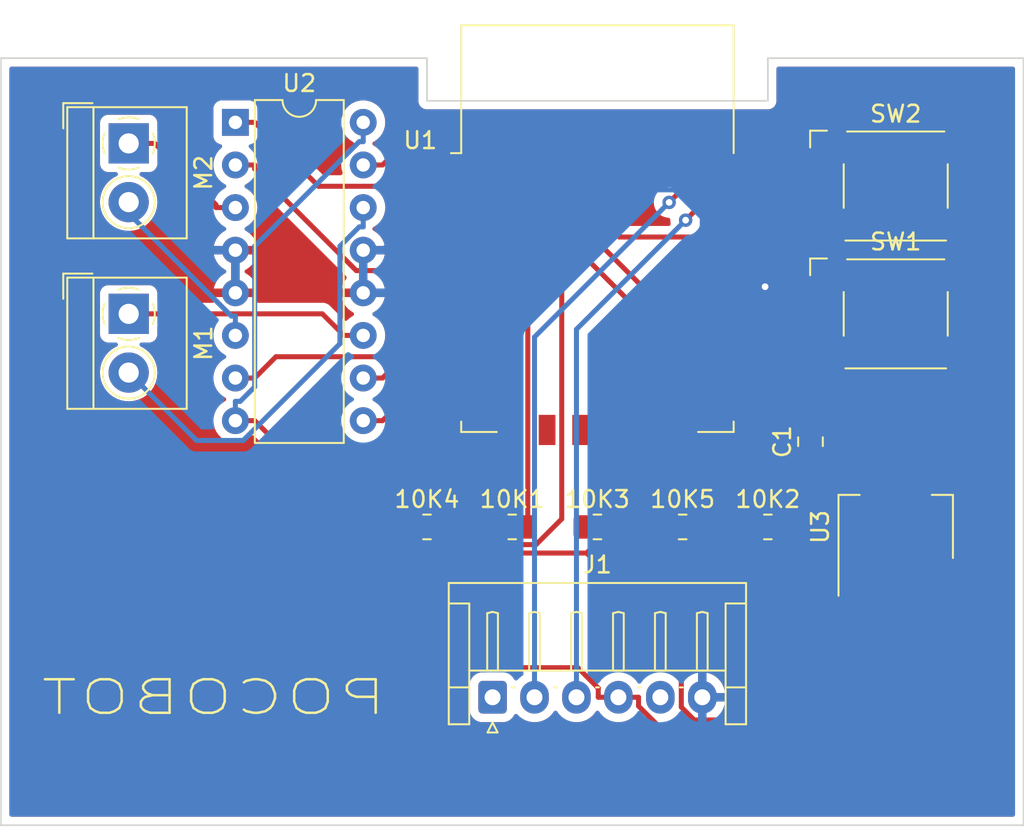
<source format=kicad_pcb>
(kicad_pcb (version 20211014) (generator pcbnew)
  (layers (0 "F.Cu" signal) (31 "B.Cu" signal) (34 "B.Paste" user) (35 "F.Paste" user) (36 "B.SilkS" user "B.Silkscreen") (37 "F.SilkS" user "F.Silkscreen") (38 "B.Mask" user) (39 "F.Mask" user) (44 "Edge.Cuts" user))
  (net 0 "")
  (net 1 "3.3V")
  (net 2 "Net-(10K1-Pad2)")
  (net 3 "Net-(10K2-Pad2)")
  (net 4 "Net-(10K3-Pad1)")
  (net 5 "Net-(10K4-Pad1)")
  (net 6 "Net-(10K5-Pad1)")
  (net 7 "GND")
  (net 9 "FTDI RX")
  (net 10 "FTDI TX")
  (net 11 "9V")
  (net 13 "Net-(M1-Pad1)")
  (net 14 "Net-(M1-Pad2)")
  (net 15 "Net-(M2-Pad1)")
  (net 16 "Net-(M2-Pad2)")
  (net 18 "GPIO16(D0)")
  (net 19 "GPIO14(D5)")
  (net 20 "GPIO12(D6)")
  (net 21 "GPIO13(D7)")
  (net 29 "GPIO5(D1)")
  (footprint "TerminalBlock_4Ucon:TerminalBlock_4Ucon_1x02_P3.50mm_Horizontal" (layer "F.Cu") (at 160.02 50.8 -90)
    (fp_text reference "M2" (at 1.75 -4.46 90) (layer "F.SilkS"))
    (fp_text value "Motor_DC")
    (fp_line (start -2.16 -3.46) (end 5.66 -3.46) (layer "F.SilkS") (width 0.12))
    (fp_line (start -2.16 2.1) (end 5.66 2.1) (layer "F.SilkS") (width 0.12))
    (fp_line (start -2.4 3.9) (end -0.9 3.9) (layer "F.SilkS") (width 0.12))
    (fp_line (start 5.66 -3.46) (end 5.66 3.66) (layer "F.SilkS") (width 0.12))
    (fp_line (start -2.16 -3.46) (end -2.16 3.66) (layer "F.SilkS") (width 0.12))
    (fp_line (start -2.4 2.16) (end -2.4 3.9) (layer "F.SilkS") (width 0.12))
    (fp_line (start -2.16 3.66) (end 5.66 3.66) (layer "F.SilkS") (width 0.12))
    (fp_arc (start 1.432109 -0.607742) (mid 1.555727 0.00014) (end 1.432 0.608) (layer "F.SilkS") (width 0.12))
    (fp_arc (start 0.027011 1.555493) (mid -0.296984 1.527118) (end -0.608 1.432) (layer "F.SilkS") (width 0.12))
    (fp_arc (start 0.607587 1.431385) (mid 0.310017 1.523783) (end 0 1.555) (layer "F.SilkS") (width 0.12))
    (fp_arc (start -1.432109 0.607742) (mid -1.555727 -0.00014) (end -1.432 -0.608) (layer "F.SilkS") (width 0.12))
    (fp_arc (start -0.607742 -1.432109) (mid 0.00014 -1.555727) (end 0.608 -1.432) (layer "F.SilkS") (width 0.12))
    (fp_circle (center 3.5 0) (end 5.055 0) (layer "F.SilkS") (width 0.12) (fill none))
    (pad "1" thru_hole rect locked (at 0 0 270) (size 2.4 2.4) (drill 1.2) (layers *.Cu *.Mask) (net 15 "Net-(M2-Pad1)"))
    (pad "2" thru_hole circle locked (at 3.5 0 270) (size 2.4 2.4) (drill 1.2) (layers *.Cu *.Mask) (net 16 "Net-(M2-Pad2)"))
  )
  (footprint "RF_Module:ESP-12E" (layer "F.Cu") (at 187.96 55.88)
    (fp_text reference "U1" (at -10.56 -5.26) (layer "F.SilkS"))
    (fp_text value "ESP-12E")
    (fp_line (start -8.12 -4.5) (end -8.12 -12.12) (layer "F.SilkS") (width 0.12))
    (fp_line (start 8.12 12.12) (end 6 12.12) (layer "F.SilkS") (width 0.12))
    (fp_line (start -8.12 -12.12) (end 8.12 -12.12) (layer "F.SilkS") (width 0.12))
    (fp_line (start 8.12 -12.12) (end 8.12 -4.5) (layer "F.SilkS") (width 0.12))
    (fp_line (start 8.12 11.5) (end 8.12 12.12) (layer "F.SilkS") (width 0.12))
    (fp_line (start -8.12 -4.5) (end -8.73 -4.5) (layer "F.SilkS") (width 0.12))
    (fp_line (start -6 12.12) (end -8.12 12.12) (layer "F.SilkS") (width 0.12))
    (fp_line (start -8.12 12.12) (end -8.12 11.5) (layer "F.SilkS") (width 0.12))
    (pad "1" smd rect locked (at -7.6 -3.5) (size 2.5 1) (layers "F.Cu" "F.Paste" "F.Mask") (net 3 "Net-(10K2-Pad2)"))
    (pad "2" smd rect locked (at -7.6 -1.5) (size 2.5 1) (layers "F.Cu" "F.Paste" "F.Mask"))
    (pad "3" smd rect locked (at -7.6 0.5) (size 2.5 1) (layers "F.Cu" "F.Paste" "F.Mask") (net 2 "Net-(10K1-Pad2)"))
    (pad "4" smd rect locked (at -7.6 2.5) (size 2.5 1) (layers "F.Cu" "F.Paste" "F.Mask") (net 18 "GPIO16(D0)"))
    (pad "5" smd rect locked (at -7.6 4.5) (size 2.5 1) (layers "F.Cu" "F.Paste" "F.Mask") (net 19 "GPIO14(D5)"))
    (pad "6" smd rect locked (at -7.6 6.5) (size 2.5 1) (layers "F.Cu" "F.Paste" "F.Mask") (net 20 "GPIO12(D6)"))
    (pad "7" smd rect locked (at -7.6 8.5) (size 2.5 1) (layers "F.Cu" "F.Paste" "F.Mask") (net 21 "GPIO13(D7)"))
    (pad "8" smd rect locked (at -7.6 10.5) (size 2.5 1) (layers "F.Cu" "F.Paste" "F.Mask") (net 1 "3.3V"))
    (pad "9" smd rect locked (at -5 12) (size 1 1.8) (layers "F.Cu" "F.Paste" "F.Mask"))
    (pad "10" smd rect locked (at -3 12) (size 1 1.8) (layers "F.Cu" "F.Paste" "F.Mask"))
    (pad "11" smd rect locked (at -1 12) (size 1 1.8) (layers "F.Cu" "F.Paste" "F.Mask"))
    (pad "12" smd rect locked (at 1 12) (size 1 1.8) (layers "F.Cu" "F.Paste" "F.Mask"))
    (pad "13" smd rect locked (at 3 12) (size 1 1.8) (layers "F.Cu" "F.Paste" "F.Mask"))
    (pad "14" smd rect locked (at 5 12) (size 1 1.8) (layers "F.Cu" "F.Paste" "F.Mask"))
    (pad "15" smd rect locked (at 7.6 10.5) (size 2.5 1) (layers "F.Cu" "F.Paste" "F.Mask") (net 7 "GND"))
    (pad "16" smd rect locked (at 7.6 8.5) (size 2.5 1) (layers "F.Cu" "F.Paste" "F.Mask") (net 6 "Net-(10K5-Pad1)"))
    (pad "17" smd rect locked (at 7.6 6.5) (size 2.5 1) (layers "F.Cu" "F.Paste" "F.Mask") (net 4 "Net-(10K3-Pad1)"))
    (pad "18" smd rect locked (at 7.6 4.5) (size 2.5 1) (layers "F.Cu" "F.Paste" "F.Mask") (net 5 "Net-(10K4-Pad1)"))
    (pad "19" smd rect locked (at 7.6 2.5) (size 2.5 1) (layers "F.Cu" "F.Paste" "F.Mask"))
    (pad "20" smd rect locked (at 7.6 0.5) (size 2.5 1) (layers "F.Cu" "F.Paste" "F.Mask") (net 29 "GPIO5(D1)"))
    (pad "21" smd rect locked (at 7.6 -1.5) (size 2.5 1) (layers "F.Cu" "F.Paste" "F.Mask") (net 10 "FTDI TX"))
    (pad "22" smd rect locked (at 7.6 -3.5) (size 2.5 1) (layers "F.Cu" "F.Paste" "F.Mask") (net 9 "FTDI RX"))
  )
  (footprint "Connector_JST:JST_EH_S6B-EH_1x06_P2.50mm_Horizontal" (layer "F.Cu") (at 181.71 83.8125)
    (fp_text reference "J1" (at 6.25 -7.9) (layer "F.SilkS"))
    (fp_text value "FTDI")
    (fp_line (start 2.5 -1.59) (end 2.18 -1.59) (layer "F.SilkS") (width 0.12))
    (fp_line (start 2.5 -5.09) (end 2.82 -5.01) (layer "F.SilkS") (width 0.12))
    (fp_line (start 3.67 -0.59) (end 3.83 -0.59) (layer "F.SilkS") (width 0.12))
    (fp_line (start 2.18 -5.01) (end 2.5 -5.09) (layer "F.SilkS") (width 0.12))
    (fp_line (start 7.5 -5.09) (end 7.82 -5.01) (layer "F.SilkS") (width 0.12))
    (fp_line (start 0.32 -1.59) (end 0 -1.59) (layer "F.SilkS") (width 0.12))
    (fp_line (start 0.3 2.1) (end 0 1.5) (layer "F.SilkS") (width 0.12))
    (fp_line (start 6.17 -0.59) (end 6.33 -0.59) (layer "F.SilkS") (width 0.12))
    (fp_line (start 13.89 1.61) (end 13.89 -0.59) (layer "F.SilkS") (width 0.12))
    (fp_line (start -1.39 1.61) (end -2.61 1.61) (layer "F.SilkS") (width 0.12))
    (fp_line (start 5.32 -5.01) (end 5.32 -1.59) (layer "F.SilkS") (width 0.12))
    (fp_line (start -1.39 -0.59) (end -1.39 1.61) (layer "F.SilkS") (width 0.12))
    (fp_line (start 10 -5.09) (end 10.32 -5.01) (layer "F.SilkS") (width 0.12))
    (fp_line (start 5 -5.09) (end 5.32 -5.01) (layer "F.SilkS") (width 0.12))
    (fp_line (start 2.18 -1.59) (end 2.18 -5.01) (layer "F.SilkS") (width 0.12))
    (fp_line (start 7.82 -1.59) (end 7.5 -1.59) (layer "F.SilkS") (width 0.12))
    (fp_line (start -1.39 -0.59) (end -2.61 -0.59) (layer "F.SilkS") (width 0.12))
    (fp_line (start 13.89 -0.59) (end 15.11 -0.59) (layer "F.SilkS") (width 0.12))
    (fp_line (start -0.3 2.1) (end 0.3 2.1) (layer "F.SilkS") (width 0.12))
    (fp_line (start 5 -1.59) (end 4.68 -1.59) (layer "F.SilkS") (width 0.12))
    (fp_line (start 7.18 -5.01) (end 7.5 -5.09) (layer "F.SilkS") (width 0.12))
    (fp_line (start -2.61 1.61) (end -2.61 -6.81) (layer "F.SilkS") (width 0.12))
    (fp_line (start 0 -5.09) (end 0.32 -5.01) (layer "F.SilkS") (width 0.12))
    (fp_line (start -0.32 -5.01) (end 0 -5.09) (layer "F.SilkS") (width 0.12))
    (fp_line (start 7.5 -1.59) (end 7.18 -1.59) (layer "F.SilkS") (width 0.12))
    (fp_line (start 10.32 -1.59) (end 10 -1.59) (layer "F.SilkS") (width 0.12))
    (fp_line (start 0.32 -5.01) (end 0.32 -1.59) (layer "F.SilkS") (width 0.12))
    (fp_line (start 12.82 -5.01) (end 12.82 -1.59) (layer "F.SilkS") (width 0.12))
    (fp_line (start 0 -1.59) (end -0.32 -1.59) (layer "F.SilkS") (width 0.12))
    (fp_line (start 15.11 -5.59) (end 13.89 -5.59) (layer "F.SilkS") (width 0.12))
    (fp_line (start 7.82 -5.01) (end 7.82 -1.59) (layer "F.SilkS") (width 0.12))
    (fp_line (start 10 -1.59) (end 9.68 -1.59) (layer "F.SilkS") (width 0.12))
    (fp_line (start -1.39 -5.59) (end -1.39 -0.59) (layer "F.SilkS") (width 0.12))
    (fp_line (start 0 1.5) (end -0.3 2.1) (layer "F.SilkS") (width 0.12))
    (fp_line (start 8.67 -0.59) (end 8.83 -0.59) (layer "F.SilkS") (width 0.12))
    (fp_line (start -1.39 -1.59) (end 13.89 -1.59) (layer "F.SilkS") (width 0.12))
    (fp_line (start 15.11 1.61) (end 13.89 1.61) (layer "F.SilkS") (width 0.12))
    (fp_line (start 2.82 -1.59) (end 2.5 -1.59) (layer "F.SilkS") (width 0.12))
    (fp_line (start 15.11 -6.81) (end 15.11 1.61) (layer "F.SilkS") (width 0.12))
    (fp_line (start 12.18 -1.59) (end 12.18 -5.01) (layer "F.SilkS") (width 0.12))
    (fp_line (start 7.18 -1.59) (end 7.18 -5.01) (layer "F.SilkS") (width 0.12))
    (fp_line (start 2.82 -5.01) (end 2.82 -1.59) (layer "F.SilkS") (width 0.12))
    (fp_line (start 5.32 -1.59) (end 5 -1.59) (layer "F.SilkS") (width 0.12))
    (fp_line (start 9.68 -5.01) (end 10 -5.09) (layer "F.SilkS") (width 0.12))
    (fp_line (start 13.89 -5.59) (end 13.89 -0.59) (layer "F.SilkS") (width 0.12))
    (fp_line (start 12.82 -1.59) (end 12.5 -1.59) (layer "F.SilkS") (width 0.12))
    (fp_line (start 4.68 -1.59) (end 4.68 -5.01) (layer "F.SilkS") (width 0.12))
    (fp_line (start 1.17 -0.59) (end 1.33 -0.59) (layer "F.SilkS") (width 0.12))
    (fp_line (start 9.68 -1.59) (end 9.68 -5.01) (layer "F.SilkS") (width 0.12))
    (fp_line (start 4.68 -5.01) (end 5 -5.09) (layer "F.SilkS") (width 0.12))
    (fp_line (start 12.5 -1.59) (end 12.18 -1.59) (layer "F.SilkS") (width 0.12))
    (fp_line (start -2.61 -5.59) (end -1.39 -5.59) (layer "F.SilkS") (width 0.12))
    (fp_line (start -0.32 -1.59) (end -0.32 -5.01) (layer "F.SilkS") (width 0.12))
    (fp_line (start 12.5 -5.09) (end 12.82 -5.01) (layer "F.SilkS") (width 0.12))
    (fp_line (start -2.61 -6.81) (end 15.11 -6.81) (layer "F.SilkS") (width 0.12))
    (fp_line (start 11.17 -0.59) (end 11.33 -0.59) (layer "F.SilkS") (width 0.12))
    (fp_line (start 12.18 -5.01) (end 12.5 -5.09) (layer "F.SilkS") (width 0.12))
    (fp_line (start 10.32 -5.01) (end 10.32 -1.59) (layer "F.SilkS") (width 0.12))
    (pad "1" thru_hole roundrect locked (at 0 0) (size 1.7 1.95) (drill 0.95) (layers *.Cu *.Mask) (roundrect_rratio 0.147059))
    (pad "2" thru_hole oval locked (at 2.5 0) (size 1.7 1.95) (drill 0.95) (layers *.Cu *.Mask) (net 9 "FTDI RX"))
    (pad "3" thru_hole oval locked (at 5 0) (size 1.7 1.95) (drill 0.95) (layers *.Cu *.Mask) (net 10 "FTDI TX"))
    (pad "4" thru_hole oval locked (at 7.5 0) (size 1.7 1.95) (drill 0.95) (layers *.Cu *.Mask) (net 11 "9V"))
    (pad "5" thru_hole oval locked (at 10 0) (size 1.7 1.95) (drill 0.95) (layers *.Cu *.Mask))
    (pad "6" thru_hole oval locked (at 12.5 0) (size 1.7 1.95) (drill 0.95) (layers *.Cu *.Mask) (net 7 "GND"))
  )
  (footprint "Resistor_SMD:R_0805_2012Metric" (layer "F.Cu") (at 193.04 73.66)
    (fp_text reference "10K5" (at 0 -1.65) (layer "F.SilkS"))
    (fp_text value "R1")
    (fp_line (start -0.227064 -0.735) (end 0.227064 -0.735) (layer "F.SilkS") (width 0.12))
    (fp_line (start -0.227064 0.735) (end 0.227064 0.735) (layer "F.SilkS") (width 0.12))
    (pad "1" smd roundrect locked (at -0.9125 0) (size 1.025 1.4) (layers "F.Cu" "F.Paste" "F.Mask") (roundrect_rratio 0.243902) (net 6 "Net-(10K5-Pad1)"))
    (pad "2" smd roundrect locked (at 0.9125 0) (size 1.025 1.4) (layers "F.Cu" "F.Paste" "F.Mask") (roundrect_rratio 0.243902) (net 7 "GND"))
  )
  (footprint "Resistor_SMD:R_0805_2012Metric" (layer "F.Cu") (at 187.96 73.66)
    (fp_text reference "10K3" (at 0 -1.65) (layer "F.SilkS"))
    (fp_text value "R2")
    (fp_line (start -0.227064 -0.735) (end 0.227064 -0.735) (layer "F.SilkS") (width 0.12))
    (fp_line (start -0.227064 0.735) (end 0.227064 0.735) (layer "F.SilkS") (width 0.12))
    (pad "1" smd roundrect locked (at -0.9125 0) (size 1.025 1.4) (layers "F.Cu" "F.Paste" "F.Mask") (roundrect_rratio 0.243902) (net 4 "Net-(10K3-Pad1)"))
    (pad "2" smd roundrect locked (at 0.9125 0) (size 1.025 1.4) (layers "F.Cu" "F.Paste" "F.Mask") (roundrect_rratio 0.243902) (net 1 "3.3V"))
  )
  (footprint "Capacitor_SMD:C_0805_2012Metric" (layer "F.Cu") (at 200.66 68.58 90)
    (fp_text reference "C1" (at 0 -1.68 90) (layer "F.SilkS"))
    (fp_text value "100nF")
    (fp_line (start -0.261252 0.735) (end 0.261252 0.735) (layer "F.SilkS") (width 0.12))
    (fp_line (start -0.261252 -0.735) (end 0.261252 -0.735) (layer "F.SilkS") (width 0.12))
    (pad "1" smd roundrect locked (at -0.95 0 90) (size 1 1.45) (layers "F.Cu" "F.Paste" "F.Mask") (net 7 "GND"))
    (pad "2" smd roundrect locked (at 0.95 0 90) (size 1 1.45) (layers "F.Cu" "F.Paste" "F.Mask") (net 1 "3.3V"))
  )
  (footprint "Resistor_SMD:R_0805_2012Metric" (layer "F.Cu") (at 177.8 73.66)
    (fp_text reference "10K4" (at 0 -1.65) (layer "F.SilkS"))
    (fp_text value "R3")
    (fp_line (start -0.227064 0.735) (end 0.227064 0.735) (layer "F.SilkS") (width 0.12))
    (fp_line (start -0.227064 -0.735) (end 0.227064 -0.735) (layer "F.SilkS") (width 0.12))
    (pad "1" smd roundrect locked (at -0.9125 0) (size 1.025 1.4) (layers "F.Cu" "F.Paste" "F.Mask") (roundrect_rratio 0.243902) (net 5 "Net-(10K4-Pad1)"))
    (pad "2" smd roundrect locked (at 0.9125 0) (size 1.025 1.4) (layers "F.Cu" "F.Paste" "F.Mask") (roundrect_rratio 0.243902) (net 1 "3.3V"))
  )
  (footprint "Package_DIP:DIP-16_W7.62mm" (layer "F.Cu") (at 166.38 49.545)
    (fp_text reference "U2" (at 3.81 -2.33) (layer "F.SilkS"))
    (fp_text value "L293D")
    (fp_line (start 6.46 19.11) (end 6.46 -1.33) (layer "F.SilkS") (width 0.12))
    (fp_line (start 6.46 -1.33) (end 4.81 -1.33) (layer "F.SilkS") (width 0.12))
    (fp_line (start 1.16 19.11) (end 6.46 19.11) (layer "F.SilkS") (width 0.12))
    (fp_line (start 2.81 -1.33) (end 1.16 -1.33) (layer "F.SilkS") (width 0.12))
    (fp_line (start 1.16 -1.33) (end 1.16 19.11) (layer "F.SilkS") (width 0.12))
    (fp_arc (start 4.81 -1.33) (mid 3.81 -0.33) (end 2.81 -1.33) (layer "F.SilkS") (width 0.12))
    (pad "1" thru_hole rect locked (at 0 0) (size 1.6 1.6) (drill 0.8) (layers *.Cu *.Mask) (net 20 "GPIO12(D6)"))
    (pad "2" thru_hole oval locked (at 0 2.54) (size 1.6 1.6) (drill 0.8) (layers *.Cu *.Mask) (net 18 "GPIO16(D0)"))
    (pad "3" thru_hole oval locked (at 0 5.08) (size 1.6 1.6) (drill 0.8) (layers *.Cu *.Mask) (net 15 "Net-(M2-Pad1)"))
    (pad "4" thru_hole oval locked (at 0 7.62) (size 1.6 1.6) (drill 0.8) (layers *.Cu *.Mask) (net 7 "GND"))
    (pad "5" thru_hole oval locked (at 0 10.16) (size 1.6 1.6) (drill 0.8) (layers *.Cu *.Mask) (net 7 "GND"))
    (pad "6" thru_hole oval locked (at 0 12.7) (size 1.6 1.6) (drill 0.8) (layers *.Cu *.Mask) (net 16 "Net-(M2-Pad2)"))
    (pad "7" thru_hole oval locked (at 0 15.24) (size 1.6 1.6) (drill 0.8) (layers *.Cu *.Mask) (net 19 "GPIO14(D5)"))
    (pad "8" thru_hole oval locked (at 0 17.78) (size 1.6 1.6) (drill 0.8) (layers *.Cu *.Mask) (net 11 "9V"))
    (pad "9" thru_hole oval locked (at 7.62 17.78) (size 1.6 1.6) (drill 0.8) (layers *.Cu *.Mask) (net 20 "GPIO12(D6)"))
    (pad "10" thru_hole oval locked (at 7.62 15.24) (size 1.6 1.6) (drill 0.8) (layers *.Cu *.Mask) (net 21 "GPIO13(D7)"))
    (pad "11" thru_hole oval locked (at 7.62 12.7) (size 1.6 1.6) (drill 0.8) (layers *.Cu *.Mask) (net 13 "Net-(M1-Pad1)"))
    (pad "12" thru_hole oval locked (at 7.62 10.16) (size 1.6 1.6) (drill 0.8) (layers *.Cu *.Mask) (net 7 "GND"))
    (pad "13" thru_hole oval locked (at 7.62 7.62) (size 1.6 1.6) (drill 0.8) (layers *.Cu *.Mask) (net 7 "GND"))
    (pad "14" thru_hole oval locked (at 7.62 5.08) (size 1.6 1.6) (drill 0.8) (layers *.Cu *.Mask) (net 14 "Net-(M1-Pad2)"))
    (pad "15" thru_hole oval locked (at 7.62 2.54) (size 1.6 1.6) (drill 0.8) (layers *.Cu *.Mask) (net 29 "GPIO5(D1)"))
    (pad "16" thru_hole oval locked (at 7.62 0) (size 1.6 1.6) (drill 0.8) (layers *.Cu *.Mask) (net 11 "9V"))
  )
  (footprint "Package_TO_SOT_SMD:SOT-223-3_TabPin2" (layer "F.Cu") (at 205.74 73.66 90)
    (fp_text reference "U3" (at 0 -4.5 90) (layer "F.SilkS"))
    (fp_text value "AMS1117-3.3V")
    (fp_line (start 1.91 -3.41) (end 1.91 -2.15) (layer "F.SilkS") (width 0.12))
    (fp_line (start -4.1 -3.41) (end 1.91 -3.41) (layer "F.SilkS") (width 0.12))
    (fp_line (start -1.85 3.41) (end 1.91 3.41) (layer "F.SilkS") (width 0.12))
    (fp_line (start 1.91 3.41) (end 1.91 2.15) (layer "F.SilkS") (width 0.12))
    (pad "1" smd rect locked (at -3.15 -2.3 90) (size 2 1.5) (layers "F.Cu" "F.Paste" "F.Mask") (net 7 "GND"))
    (pad "2" smd rect locked (at -3.15 0 90) (size 2 1.5) (layers "F.Cu" "F.Paste" "F.Mask") (net 1 "3.3V"))
    (pad "2" smd rect locked (at 3.15 0 90) (size 2 3.8) (layers "F.Cu" "F.Paste" "F.Mask") (net 1 "3.3V"))
    (pad "3" smd rect locked (at -3.15 2.3 90) (size 2 1.5) (layers "F.Cu" "F.Paste" "F.Mask") (net 11 "9V"))
  )
  (footprint "TerminalBlock_4Ucon:TerminalBlock_4Ucon_1x02_P3.50mm_Horizontal" (layer "F.Cu") (at 160.02 60.96 -90)
    (fp_text reference "M1" (at 1.75 -4.46 90) (layer "F.SilkS"))
    (fp_text value "Motor_DC")
    (fp_line (start -2.4 3.9) (end -0.9 3.9) (layer "F.SilkS") (width 0.12))
    (fp_line (start 5.66 -3.46) (end 5.66 3.66) (layer "F.SilkS") (width 0.12))
    (fp_line (start -2.4 2.16) (end -2.4 3.9) (layer "F.SilkS") (width 0.12))
    (fp_line (start -2.16 -3.46) (end 5.66 -3.46) (layer "F.SilkS") (width 0.12))
    (fp_line (start -2.16 3.66) (end 5.66 3.66) (layer "F.SilkS") (width 0.12))
    (fp_line (start -2.16 -3.46) (end -2.16 3.66) (layer "F.SilkS") (width 0.12))
    (fp_line (start -2.16 2.1) (end 5.66 2.1) (layer "F.SilkS") (width 0.12))
    (fp_arc (start -1.432109 0.607742) (mid -1.555727 -0.00014) (end -1.432 -0.608) (layer "F.SilkS") (width 0.12))
    (fp_arc (start -0.607742 -1.432109) (mid 0.00014 -1.555727) (end 0.608 -1.432) (layer "F.SilkS") (width 0.12))
    (fp_arc (start 0.607587 1.431385) (mid 0.310017 1.523783) (end 0 1.555) (layer "F.SilkS") (width 0.12))
    (fp_arc (start 0.027011 1.555493) (mid -0.296984 1.527118) (end -0.608 1.432) (layer "F.SilkS") (width 0.12))
    (fp_arc (start 1.432109 -0.607742) (mid 1.555727 0.00014) (end 1.432 0.608) (layer "F.SilkS") (width 0.12))
    (fp_circle (center 3.5 0) (end 5.055 0) (layer "F.SilkS") (width 0.12) (fill none))
    (pad "1" thru_hole rect locked (at 0 0 270) (size 2.4 2.4) (drill 1.2) (layers *.Cu *.Mask) (net 13 "Net-(M1-Pad1)"))
    (pad "2" thru_hole circle locked (at 3.5 0 270) (size 2.4 2.4) (drill 1.2) (layers *.Cu *.Mask) (net 14 "Net-(M1-Pad2)"))
  )
  (footprint "Button_Switch_SMD:SW_SPST_Omron_B3FS-105xP" (layer "F.Cu") (at 205.74 53.34)
    (fp_text reference "SW2" (at 0 -4.3) (layer "F.SilkS"))
    (fp_text value "FLASH")
    (fp_line (start 3 3.25) (end -3 3.25) (layer "F.SilkS") (width 0.12))
    (fp_line (start 3.1 -1.3) (end 3.1 1.3) (layer "F.SilkS") (width 0.12))
    (fp_line (start -5.1 -2.3) (end -5.1 -3.3) (layer "F.SilkS") (width 0.12))
    (fp_line (start 2.9 -3.25) (end -2.9 -3.25) (layer "F.SilkS") (width 0.12))
    (fp_line (start -3.1 -1.3) (end -3.1 1.3) (layer "F.SilkS") (width 0.12))
    (fp_line (start -5.1 -3.3) (end -4.1 -3.3) (layer "F.SilkS") (width 0.12))
    (pad "1" smd rect locked (at -4 -2.25 180) (size 1.6 1.4) (layers "F.Cu" "F.Paste" "F.Mask") (net 5 "Net-(10K4-Pad1)"))
    (pad "2" smd rect locked (at 4 -2.25 180) (size 1.6 1.4) (layers "F.Cu" "F.Paste" "F.Mask") (net 5 "Net-(10K4-Pad1)"))
    (pad "3" smd rect locked (at -4 2.25 180) (size 1.6 1.4) (layers "F.Cu" "F.Paste" "F.Mask") (net 7 "GND"))
    (pad "4" smd rect locked (at 4 2.25 180) (size 1.6 1.4) (layers "F.Cu" "F.Paste" "F.Mask") (net 7 "GND"))
  )
  (footprint "Resistor_SMD:R_0805_2012Metric" (layer "F.Cu") (at 182.88 73.66)
    (fp_text reference "10K1" (at 0 -1.65) (layer "F.SilkS"))
    (fp_text value "R5")
    (fp_line (start -0.227064 0.735) (end 0.227064 0.735) (layer "F.SilkS") (width 0.12))
    (fp_line (start -0.227064 -0.735) (end 0.227064 -0.735) (layer "F.SilkS") (width 0.12))
    (pad "1" smd roundrect locked (at -0.9125 0) (size 1.025 1.4) (layers "F.Cu" "F.Paste" "F.Mask") (roundrect_rratio 0.243902) (net 1 "3.3V"))
    (pad "2" smd roundrect locked (at 0.9125 0) (size 1.025 1.4) (layers "F.Cu" "F.Paste" "F.Mask") (roundrect_rratio 0.243902) (net 2 "Net-(10K1-Pad2)"))
  )
  (footprint "Button_Switch_SMD:SW_SPST_Omron_B3FS-105xP" (layer "F.Cu") (at 205.74 60.96)
    (fp_text reference "SW1" (at 0 -4.3) (layer "F.SilkS"))
    (fp_text value "RESET")
    (fp_line (start -5.1 -2.3) (end -5.1 -3.3) (layer "F.SilkS") (width 0.12))
    (fp_line (start 2.9 -3.25) (end -2.9 -3.25) (layer "F.SilkS") (width 0.12))
    (fp_line (start -3.1 -1.3) (end -3.1 1.3) (layer "F.SilkS") (width 0.12))
    (fp_line (start -5.1 -3.3) (end -4.1 -3.3) (layer "F.SilkS") (width 0.12))
    (fp_line (start 3.1 -1.3) (end 3.1 1.3) (layer "F.SilkS") (width 0.12))
    (fp_line (start 3 3.25) (end -3 3.25) (layer "F.SilkS") (width 0.12))
    (pad "1" smd rect locked (at -4 -2.25 180) (size 1.6 1.4) (layers "F.Cu" "F.Paste" "F.Mask") (net 7 "GND"))
    (pad "2" smd rect locked (at 4 -2.25 180) (size 1.6 1.4) (layers "F.Cu" "F.Paste" "F.Mask") (net 7 "GND"))
    (pad "3" smd rect locked (at -4 2.25 180) (size 1.6 1.4) (layers "F.Cu" "F.Paste" "F.Mask") (net 3 "Net-(10K2-Pad2)"))
    (pad "4" smd rect locked (at 4 2.25 180) (size 1.6 1.4) (layers "F.Cu" "F.Paste" "F.Mask") (net 3 "Net-(10K2-Pad2)"))
  )
  (footprint "Resistor_SMD:R_0805_2012Metric" (layer "F.Cu") (at 198.12 73.66)
    (fp_text reference "10K2" (at 0 -1.65) (layer "F.SilkS"))
    (fp_text value "R4")
    (fp_line (start -0.227064 0.735) (end 0.227064 0.735) (layer "F.SilkS") (width 0.12))
    (fp_line (start -0.227064 -0.735) (end 0.227064 -0.735) (layer "F.SilkS") (width 0.12))
    (pad "1" smd roundrect locked (at -0.9125 0) (size 1.025 1.4) (layers "F.Cu" "F.Paste" "F.Mask") (roundrect_rratio 0.243902) (net 1 "3.3V"))
    (pad "2" smd roundrect locked (at 0.9125 0) (size 1.025 1.4) (layers "F.Cu" "F.Paste" "F.Mask") (roundrect_rratio 0.243902) (net 3 "Net-(10K2-Pad2)"))
  )
  (gr_line (start 152.4 91.44) (end 152.4 45.72) (layer "Edge.Cuts") (width 0.1))
  (gr_line (start 177.8 48.26) (end 198.12 48.26) (layer "Edge.Cuts") (width 0.1))
  (gr_line (start 198.12 45.72) (end 213.36 45.72) (layer "Edge.Cuts") (width 0.1))
  (gr_line (start 213.36 91.44) (end 152.4 91.44) (layer "Edge.Cuts") (width 0.1))
  (gr_line (start 177.8 45.72) (end 177.8 48.26) (layer "Edge.Cuts") (width 0.1))
  (gr_line (start 152.4 45.72) (end 177.8 45.72) (layer "Edge.Cuts") (width 0.1))
  (gr_line (start 198.12 48.26) (end 198.12 45.72) (layer "Edge.Cuts") (width 0.1))
  (gr_line (start 213.36 45.72) (end 213.36 91.44) (layer "Edge.Cuts") (width 0.1))
  (gr_text "POCOBOT" (at 165.1 83.82) (layer "F.SilkS") (effects (font (size 2 3)) (justify mirror)))
  (segment (start 178.7597 72.5413) (end 178.7597 66.38) (width 0.3) (layer "F.Cu") (net 1))
  (segment (start 203.6128 74.7264) (end 203.4897 74.7264) (width 0.3) (layer "F.Cu") (net 1))
  (segment (start 187.3159 75.2166) (end 176.8207 75.2166) (width 0.3) (layer "F.Cu") (net 1))
  (segment (start 205.1899 76.3035) (end 203.6128 74.7264) (width 0.3) (layer "F.Cu") (net 1))
  (segment (start 197.3386 73.66) (end 197.3386 70.9514) (width 0.3) (layer "F.Cu") (net 1))
  (segment (start 192.96 84.3995) (end 193.726 85.1655) (width 0.3) (layer "F.Cu") (net 1))
  (segment (start 192.96 80.8607) (end 192.96 84.3995) (width 0.3) (layer "F.Cu") (net 1))
  (segment (start 181.9675 73.66) (end 178.7125 73.66) (width 0.3) (layer "F.Cu") (net 1))
  (segment (start 188.8725 73.66) (end 187.3159 75.2166) (width 0.3) (layer "F.Cu") (net 1))
  (segment (start 176.3847 72.5885) (end 178.7125 72.5885) (width 0.3) (layer "F.Cu") (net 1))
  (segment (start 178.7125 72.5885) (end 178.7597 72.5413) (width 0.3) (layer "F.Cu") (net 1))
  (segment (start 176.0155 72.9577) (end 176.3847 72.5885) (width 0.3) (layer "F.Cu") (net 1))
  (segment (start 197.3711 85.1655) (end 204.6397 77.8969) (width 0.3) (layer "F.Cu") (net 1))
  (segment (start 197.3386 73.66) (end 197.2075 73.66) (width 0.3) (layer "F.Cu") (net 1))
  (segment (start 205.1899 76.81) (end 204.6397 76.81) (width 0.3) (layer "F.Cu") (net 1))
  (segment (start 193.726 85.1655) (end 197.3711 85.1655) (width 0.3) (layer "F.Cu") (net 1))
  (segment (start 180.36 66.38) (end 178.7597 66.38) (width 0.3) (layer "F.Cu") (net 1))
  (segment (start 197.3386 70.9514) (end 200.66 67.63) (width 0.3) (layer "F.Cu") (net 1))
  (segment (start 198.405 74.7264) (end 197.3386 73.66) (width 0.3) (layer "F.Cu") (net 1))
  (segment (start 204.6397 77.8969) (end 204.6397 76.81) (width 0.3) (layer "F.Cu") (net 1))
  (segment (start 178.7125 72.5885) (end 178.7125 73.66) (width 0.3) (layer "F.Cu") (net 1))
  (segment (start 203.4897 74.7264) (end 198.405 74.7264) (width 0.3) (layer "F.Cu") (net 1))
  (segment (start 203.4897 70.51) (end 203.4897 74.7264) (width 0.3) (layer "F.Cu") (net 1))
  (segment (start 187.3159 75.2166) (end 192.96 80.8607) (width 0.3) (layer "F.Cu") (net 1))
  (segment (start 205.74 70.51) (end 203.4897 70.51) (width 0.3) (layer "F.Cu") (net 1))
  (segment (start 205.1899 76.81) (end 205.1899 76.3035) (width 0.3) (layer "F.Cu") (net 1))
  (segment (start 176.0155 74.4114) (end 176.0155 72.9577) (width 0.3) (layer "F.Cu") (net 1))
  (segment (start 176.8207 75.2166) (end 176.0155 74.4114) (width 0.3) (layer "F.Cu") (net 1))
  (segment (start 205.74 76.81) (end 205.1899 76.81) (width 0.3) (layer "F.Cu") (net 1))
  (segment (start 183.8103 58.23) (end 181.9603 56.38) (width 0.3) (layer "F.Cu") (net 2))
  (segment (start 180.36 56.38) (end 181.9603 56.38) (width 0.3) (layer "F.Cu") (net 2))
  (segment (start 183.8103 73.6422) (end 183.8103 58.23) (width 0.3) (layer "F.Cu") (net 2))
  (segment (start 183.7925 73.66) (end 183.8103 73.6422) (width 0.3) (layer "F.Cu") (net 2))
  (segment (start 201.74 63.2812) (end 199.9327 61.4739) (width 0.3) (layer "F.Cu") (net 3))
  (segment (start 191.1193 61.4739) (end 182.0254 52.38) (width 0.3) (layer "F.Cu") (net 3))
  (segment (start 201.74 63.21) (end 201.74 63.2812) (width 0.3) (layer "F.Cu") (net 3))
  (segment (start 199.0325 73.66) (end 202.2611 70.4314) (width 0.3) (layer "F.Cu") (net 3))
  (segment (start 182.0254 52.38) (end 180.36 52.38) (width 0.3) (layer "F.Cu") (net 3))
  (segment (start 201.776 63.21) (end 201.74 63.21) (width 0.3) (layer "F.Cu") (net 3))
  (segment (start 202.2611 70.4314) (end 202.2611 64.7814) (width 0.3) (layer "F.Cu") (net 3))
  (segment (start 202.8903 63.21) (end 208.5897 63.21) (width 0.3) (layer "F.Cu") (net 3))
  (segment (start 199.9327 61.4739) (end 191.1193 61.4739) (width 0.3) (layer "F.Cu") (net 3))
  (segment (start 201.776 63.21) (end 202.8903 63.21) (width 0.3) (layer "F.Cu") (net 3))
  (segment (start 201.74 63.2812) (end 201.74 64.2603) (width 0.3) (layer "F.Cu") (net 3))
  (segment (start 209.74 63.21) (end 208.5897 63.21) (width 0.3) (layer "F.Cu") (net 3))
  (segment (start 202.2611 64.7814) (end 201.74 64.2603) (width 0.3) (layer "F.Cu") (net 3))
  (segment (start 189.8104 70.8971) (end 189.8104 66.5293) (width 0.3) (layer "F.Cu") (net 4))
  (segment (start 189.8104 66.5293) (end 193.9597 62.38) (width 0.3) (layer "F.Cu") (net 4))
  (segment (start 195.56 62.38) (end 193.9597 62.38) (width 0.3) (layer "F.Cu") (net 4))
  (segment (start 187.0475 73.66) (end 189.8104 70.8971) (width 0.3) (layer "F.Cu") (net 4))
  (segment (start 185.8325 73.1855) (end 184.3042 74.7138) (width 0.3) (layer "F.Cu") (net 5))
  (segment (start 197.1603 56.72) (end 197.1603 60.38) (width 0.3) (layer "F.Cu") (net 5))
  (segment (start 178.967 51.5262) (end 178.7448 51.7484) (width 0.3) (layer "F.Cu") (net 5))
  (segment (start 209.74 51.09) (end 208.5897 51.09) (width 0.3) (layer "F.Cu") (net 5))
  (segment (start 201.74 51.6151) (end 201.74 52.1403) (width 0.3) (layer "F.Cu") (net 5))
  (segment (start 191.679 60.38) (end 182.8252 51.5262) (width 0.3) (layer "F.Cu") (net 5))
  (segment (start 195.56 60.38) (end 191.679 60.38) (width 0.3) (layer "F.Cu") (net 5))
  (segment (start 195.56 60.38) (end 197.1603 60.38) (width 0.3) (layer "F.Cu") (net 5))
  (segment (start 178.7448 51.7484) (end 178.7448 55.0102) (width 0.3) (layer "F.Cu") (net 5))
  (segment (start 208.0646 51.6151) (end 208.5897 51.09) (width 0.3) (layer "F.Cu") (net 5))
  (segment (start 201.74 51.6151) (end 208.0646 51.6151) (width 0.3) (layer "F.Cu") (net 5))
  (segment (start 181.5183 55.2303) (end 185.8325 59.5445) (width 0.3) (layer "F.Cu") (net 5))
  (segment (start 201.74 51.09) (end 201.74 51.6151) (width 0.3) (layer "F.Cu") (net 5))
  (segment (start 178.7448 55.0102) (end 178.9649 55.2303) (width 0.3) (layer "F.Cu") (net 5))
  (segment (start 178.9649 55.2303) (end 181.5183 55.2303) (width 0.3) (layer "F.Cu") (net 5))
  (segment (start 201.74 52.1403) (end 197.1603 56.72) (width 0.3) (layer "F.Cu") (net 5))
  (segment (start 177.9413 74.7138) (end 176.8875 73.66) (width 0.3) (layer "F.Cu") (net 5))
  (segment (start 185.8325 59.5445) (end 185.8325 73.1855) (width 0.3) (layer "F.Cu") (net 5))
  (segment (start 184.3042 74.7138) (end 177.9413 74.7138) (width 0.3) (layer "F.Cu") (net 5))
  (segment (start 182.8252 51.5262) (end 178.967 51.5262) (width 0.3) (layer "F.Cu") (net 5))
  (segment (start 192.1275 73.66) (end 193.9597 71.8278) (width 0.3) (layer "F.Cu") (net 6))
  (segment (start 193.9597 71.8278) (end 193.9597 64.38) (width 0.3) (layer "F.Cu") (net 6))
  (segment (start 195.56 64.38) (end 193.9597 64.38) (width 0.3) (layer "F.Cu") (net 6))
  (segment (start 201.74 55.0648) (end 208.0645 55.0648) (width 0.3) (layer "F.Cu") (net 7))
  (segment (start 201.74 58.71) (end 200.5897 58.71) (width 0.3) (layer "F.Cu") (net 7))
  (segment (start 197.1603 66.764) (end 201.3907 66.764) (width 0.3) (layer "F.Cu") (net 7))
  (segment (start 209.74 55.59) (end 208.5897 55.59) (width 0.3) (layer "F.Cu") (net 7))
  (segment (start 174 59.705) (end 166.38 59.705) (width 0.3) (layer "F.Cu") (net 7))
  (segment (start 197.1603 66.764) (end 197.1603 67.2869) (width 0.3) (layer "F.Cu") (net 7))
  (segment (start 201.7486 68.4414) (end 200.66 69.53) (width 0.3) (layer "F.Cu") (net 7))
  (segment (start 196.0729 76.81) (end 194.21 78.6729) (width 0.3) (layer "F.Cu") (net 7))
  (segment (start 194.21 78.6729) (end 194.21 82.4872) (width 0.3) (layer "F.Cu") (net 7))
  (segment (start 194.21 83.8125) (end 194.21 82.4872) (width 0.3) (layer "F.Cu") (net 7))
  (segment (start 197.1603 66.38) (end 197.1603 66.764) (width 0.3) (layer "F.Cu") (net 7))
  (segment (start 199.9591 59.3406) (end 197.9545 59.3406) (width 0.3) (layer "F.Cu") (net 7))
  (segment (start 209.74 58.71) (end 209.74 55.59) (width 0.3) (layer "F.Cu") (net 7))
  (segment (start 202.3397 76.81) (end 196.0729 76.81) (width 0.3) (layer "F.Cu") (net 7))
  (segment (start 196.0729 75.7804) (end 196.0729 76.81) (width 0.3) (layer "F.Cu") (net 7))
  (segment (start 201.3907 66.764) (end 201.7486 67.1219) (width 0.3) (layer "F.Cu") (net 7))
  (segment (start 208.0645 55.0648) (end 208.5897 55.59) (width 0.3) (layer "F.Cu") (net 7))
  (segment (start 201.7486 67.1219) (end 201.7486 68.4414) (width 0.3) (layer "F.Cu") (net 7))
  (segment (start 195.56 68.8872) (end 195.56 72.0525) (width 0.3) (layer "F.Cu") (net 7))
  (segment (start 195.56 66.38) (end 197.1603 66.38) (width 0.3) (layer "F.Cu") (net 7))
  (segment (start 197.1603 67.2869) (end 195.56 68.8872) (width 0.3) (layer "F.Cu") (net 7))
  (segment (start 201.74 58.71) (end 201.74 55.59) (width 0.3) (layer "F.Cu") (net 7))
  (segment (start 203.44 76.81) (end 202.3397 76.81) (width 0.3) (layer "F.Cu") (net 7))
  (segment (start 201.74 55.59) (end 201.74 55.0648) (width 0.3) (layer "F.Cu") (net 7))
  (segment (start 200.5897 58.71) (end 199.9591 59.3406) (width 0.3) (layer "F.Cu") (net 7))
  (segment (start 195.56 72.0525) (end 193.9525 73.66) (width 0.3) (layer "F.Cu") (net 7))
  (segment (start 193.9525 73.66) (end 196.0729 75.7804) (width 0.3) (layer "F.Cu") (net 7))
  (via (at 197.9545 59.3406) (size 0.8) (drill 0.4) (layers "F.Cu" "B.Cu") (net 7))
  (segment (start 194.21 59.3406) (end 197.9545 59.3406) (width 0.3) (layer "B.Cu") (net 7))
  (segment (start 174 57.165) (end 174 59.705) (width 0.3) (layer "B.Cu") (net 7))
  (segment (start 178.7491 53.5662) (end 192.5443 53.5662) (width 0.3) (layer "B.Cu") (net 7))
  (segment (start 166.38 59.705) (end 166.38 57.165) (width 0.3) (layer "B.Cu") (net 7))
  (segment (start 175.1503 57.165) (end 178.7491 53.5662) (width 0.3) (layer "B.Cu") (net 7))
  (segment (start 174 57.165) (end 175.1503 57.165) (width 0.3) (layer "B.Cu") (net 7))
  (segment (start 192.5443 53.5662) (end 194.21 55.2319) (width 0.3) (layer "B.Cu") (net 7))
  (segment (start 194.21 55.2319) (end 194.21 59.3406) (width 0.3) (layer "B.Cu") (net 7))
  (segment (start 194.21 59.3406) (end 194.21 82.4872) (width 0.3) (layer "B.Cu") (net 7))
  (segment (start 194.21 83.8125) (end 194.21 82.4872) (width 0.3) (layer "B.Cu") (net 7))
  (segment (start 192.2335 54.3165) (end 193.9597 52.5903) (width 0.3) (layer "F.Cu") (net 9))
  (segment (start 193.9597 52.5903) (end 193.9597 52.38) (width 0.3) (layer "F.Cu") (net 9))
  (segment (start 195.56 52.38) (end 193.9597 52.38) (width 0.3) (layer "F.Cu") (net 9))
  (via (at 192.2335 54.3165) (size 0.8) (drill 0.4) (layers "F.Cu" "B.Cu") (net 9))
  (segment (start 184.21 62.34) (end 192.2335 54.3165) (width 0.3) (layer "B.Cu") (net 9))
  (segment (start 184.21 83.8125) (end 184.21 62.34) (width 0.3) (layer "B.Cu") (net 9))
  (segment (start 195.56 54.38) (end 193.9597 54.38) (width 0.3) (layer "F.Cu") (net 10))
  (segment (start 193.2176 55.3756) (end 193.9597 54.6335) (width 0.3) (layer "F.Cu") (net 10))
  (segment (start 193.9597 54.6335) (end 193.9597 54.38) (width 0.3) (layer "F.Cu") (net 10))
  (via (at 193.2176 55.3756) (size 0.8) (drill 0.4) (layers "F.Cu" "B.Cu") (net 10))
  (segment (start 186.71 83.8125) (end 186.71 61.8832) (width 0.3) (layer "B.Cu") (net 10))
  (segment (start 186.71 61.8832) (end 193.2176 55.3756) (width 0.3) (layer "B.Cu") (net 10))
  (segment (start 191.7449 85.6722) (end 199.1778 85.6722) (width 0.3) (layer "F.Cu") (net 11))
  (segment (start 206.9397 77.9103) (end 206.9397 76.81) (width 0.3) (layer "F.Cu") (net 11))
  (segment (start 188.0097 83.2679) (end 188.0097 83.8125) (width 0.3) (layer "F.Cu") (net 11))
  (segment (start 208.04 76.81) (end 206.9397 76.81) (width 0.3) (layer "F.Cu") (net 11))
  (segment (start 189.21 83.8125) (end 188.0097 83.8125) (width 0.3) (layer "F.Cu") (net 11))
  (segment (start 166.38 67.325) (end 167.5303 67.325) (width 0.3) (layer "F.Cu") (net 11))
  (segment (start 190.4103 83.8125) (end 190.4103 84.3376) (width 0.3) (layer "F.Cu") (net 11))
  (segment (start 186.7921 82.0503) (end 188.0097 83.2679) (width 0.3) (layer "F.Cu") (net 11))
  (segment (start 199.1778 85.6722) (end 206.9397 77.9103) (width 0.3) (layer "F.Cu") (net 11))
  (segment (start 182.2556 82.0503) (end 186.7921 82.0503) (width 0.3) (layer "F.Cu") (net 11))
  (segment (start 189.21 83.8125) (end 190.4103 83.8125) (width 0.3) (layer "F.Cu") (net 11))
  (segment (start 190.4103 84.3376) (end 191.7449 85.6722) (width 0.3) (layer "F.Cu") (net 11))
  (segment (start 167.5303 67.325) (end 182.2556 82.0503) (width 0.3) (layer "F.Cu") (net 11))
  (segment (start 166.38 67.325) (end 166.38 66.1747) (width 0.3) (layer "B.Cu") (net 11))
  (segment (start 167.5303 65.3121) (end 167.5303 56.9266) (width 0.3) (layer "B.Cu") (net 11))
  (segment (start 174 49.545) (end 174 50.6953) (width 0.3) (layer "B.Cu") (net 11))
  (segment (start 166.6677 66.1747) (end 167.5303 65.3121) (width 0.3) (layer "B.Cu") (net 11))
  (segment (start 166.38 66.1747) (end 166.6677 66.1747) (width 0.3) (layer "B.Cu") (net 11))
  (segment (start 173.7616 50.6953) (end 174 50.6953) (width 0.3) (layer "B.Cu") (net 11))
  (segment (start 167.5303 56.9266) (end 173.7616 50.6953) (width 0.3) (layer "B.Cu") (net 11))
  (segment (start 160.02 60.96) (end 171.5647 60.96) (width 0.3) (layer "F.Cu") (net 13))
  (segment (start 171.5647 60.96) (end 172.8497 62.245) (width 0.3) (layer "F.Cu") (net 13))
  (segment (start 174 62.245) (end 172.8497 62.245) (width 0.3) (layer "F.Cu") (net 13))
  (segment (start 172.6104 62.7404) (end 172.6104 56.9265) (width 0.3) (layer "B.Cu") (net 14))
  (segment (start 173.7616 55.7753) (end 174 55.7753) (width 0.3) (layer "B.Cu") (net 14))
  (segment (start 174 54.625) (end 174 55.7753) (width 0.3) (layer "B.Cu") (net 14))
  (segment (start 164.0646 68.5046) (end 166.8462 68.5046) (width 0.3) (layer "B.Cu") (net 14))
  (segment (start 166.8462 68.5046) (end 172.6104 62.7404) (width 0.3) (layer "B.Cu") (net 14))
  (segment (start 172.6104 56.9265) (end 173.7616 55.7753) (width 0.3) (layer "B.Cu") (net 14))
  (segment (start 160.02 64.46) (end 164.0646 68.5046) (width 0.3) (layer "B.Cu") (net 14))
  (segment (start 166.38 54.625) (end 165.2297 54.625) (width 0.3) (layer "F.Cu") (net 15))
  (segment (start 160.02 50.8) (end 161.5703 50.8) (width 0.3) (layer "F.Cu") (net 15))
  (segment (start 161.5703 50.8) (end 165.2297 54.4594) (width 0.3) (layer "F.Cu") (net 15))
  (segment (start 165.2297 54.4594) (end 165.2297 54.625) (width 0.3) (layer "F.Cu") (net 15))
  (segment (start 166.1416 61.0947) (end 166.38 61.0947) (width 0.3) (layer "B.Cu") (net 16))
  (segment (start 160.02 54.9731) (end 166.1416 61.0947) (width 0.3) (layer "B.Cu") (net 16))
  (segment (start 166.38 62.245) (end 166.38 61.0947) (width 0.3) (layer "B.Cu") (net 16))
  (segment (start 160.02 54.3) (end 160.02 54.9731) (width 0.3) (layer "B.Cu") (net 16))
  (segment (start 173.5869 58.38) (end 167.5303 52.3234) (width 0.3) (layer "F.Cu") (net 18))
  (segment (start 166.38 52.085) (end 167.5303 52.085) (width 0.3) (layer "F.Cu") (net 18))
  (segment (start 180.36 58.38) (end 173.5869 58.38) (width 0.3) (layer "F.Cu") (net 18))
  (segment (start 167.5303 52.3234) (end 167.5303 52.085) (width 0.3) (layer "F.Cu") (net 18))
  (segment (start 168.8003 63.515) (end 167.5303 64.785) (width 0.3) (layer "F.Cu") (net 19))
  (segment (start 178.7597 60.38) (end 175.6247 63.515) (width 0.3) (layer "F.Cu") (net 19))
  (segment (start 180.36 60.38) (end 178.7597 60.38) (width 0.3) (layer "F.Cu") (net 19))
  (segment (start 175.6247 63.515) (end 168.8003 63.515) (width 0.3) (layer "F.Cu") (net 19))
  (segment (start 166.38 64.785) (end 167.5303 64.785) (width 0.3) (layer "F.Cu") (net 19))
  (segment (start 181.9603 62.38) (end 181.9603 57.714) (width 0.3) (layer "F.Cu") (net 20))
  (segment (start 181.7759 57.5296) (end 179.2508 57.5296) (width 0.3) (layer "F.Cu") (net 20))
  (segment (start 181.8352 62.38) (end 181.9603 62.38) (width 0.3) (layer "F.Cu") (net 20))
  (segment (start 181.7116 65.2854) (end 177.1899 65.2854) (width 0.3) (layer "F.Cu") (net 20))
  (segment (start 180.36 62.38) (end 181.8352 62.38) (width 0.3) (layer "F.Cu") (net 20))
  (segment (start 179.2508 57.5296) (end 175.0762 53.355) (width 0.3) (layer "F.Cu") (net 20))
  (segment (start 175.0762 53.355) (end 171.3403 53.355) (width 0.3) (layer "F.Cu") (net 20))
  (segment (start 181.9603 57.714) (end 181.7759 57.5296) (width 0.3) (layer "F.Cu") (net 20))
  (segment (start 181.9603 62.38) (end 181.9603 65.0367) (width 0.3) (layer "F.Cu") (net 20))
  (segment (start 177.1899 65.2854) (end 175.1503 67.325) (width 0.3) (layer "F.Cu") (net 20))
  (segment (start 181.9603 65.0367) (end 181.7116 65.2854) (width 0.3) (layer "F.Cu") (net 20))
  (segment (start 171.3403 53.355) (end 167.5303 49.545) (width 0.3) (layer "F.Cu") (net 20))
  (segment (start 174 67.325) (end 175.1503 67.325) (width 0.3) (layer "F.Cu") (net 20))
  (segment (start 166.38 49.545) (end 167.5303 49.545) (width 0.3) (layer "F.Cu") (net 20))
  (segment (start 174 64.785) (end 175.1503 64.785) (width 0.3) (layer "F.Cu") (net 21))
  (segment (start 180.36 64.38) (end 175.5553 64.38) (width 0.3) (layer "F.Cu") (net 21))
  (segment (start 175.5553 64.38) (end 175.1503 64.785) (width 0.3) (layer "F.Cu") (net 21))
  (segment (start 174 52.085) (end 175.1503 52.085) (width 0.3) (layer "F.Cu") (net 29))
  (segment (start 189.2658 56.38) (end 183.9117 51.0259) (width 0.3) (layer "F.Cu") (net 29))
  (segment (start 183.9117 51.0259) (end 176.2094 51.0259) (width 0.3) (layer "F.Cu") (net 29))
  (segment (start 193.9597 56.38) (end 189.2658 56.38) (width 0.3) (layer "F.Cu") (net 29))
  (segment (start 195.56 56.38) (end 193.9597 56.38) (width 0.3) (layer "F.Cu") (net 29))
  (segment (start 176.2094 51.0259) (end 175.1503 52.085) (width 0.3) (layer "F.Cu") (net 29))
  (zone (net 7) (net_name "GND") (layer "F.Cu") (connect_pads (clearance 0.508)) (min_thickness 0.254) (fill yes (thermal_gap 0.508) (thermal_bridge_width 0.508))
    (polygon (pts (xy 177.8 48.26) (xy 198.12 48.26) (xy 198.12 45.72) (xy 213.36 45.72) (xy 213.36 91.44) (xy 152.4 91.44) (xy 152.4 45.72) (xy 177.8 45.72)))
  )
  (zone (net 7) (net_name "GND") (layer "B.Cu") (connect_pads (clearance 0.508)) (min_thickness 0.254) (fill yes (thermal_gap 0.508) (thermal_bridge_width 0.508))
    (polygon (pts (xy 177.8 48.26) (xy 198.12 48.26) (xy 198.12 45.72) (xy 213.36 45.72) (xy 213.36 91.44) (xy 152.4 91.44) (xy 152.4 45.72) (xy 177.8 45.72)))
  )
)
</source>
